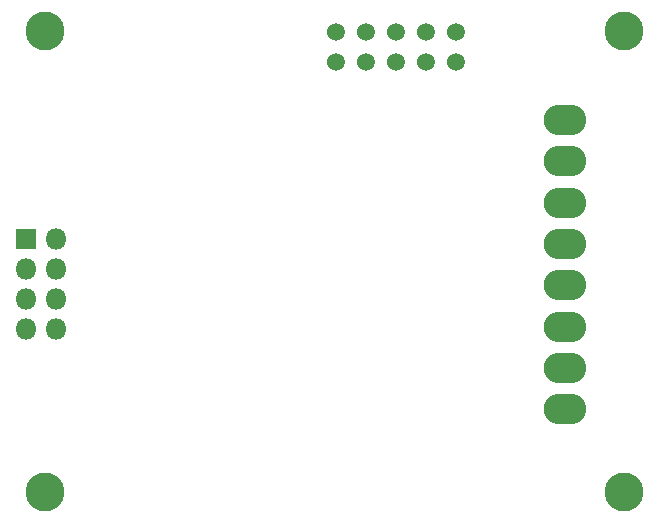
<source format=gbr>
%TF.GenerationSoftware,KiCad,Pcbnew,5.1.6-c6e7f7d~87~ubuntu18.04.1*%
%TF.CreationDate,2022-03-05T00:13:30+01:00*%
%TF.ProjectId,door_ext_photorelay,646f6f72-5f65-4787-945f-70686f746f72,rev?*%
%TF.SameCoordinates,Original*%
%TF.FileFunction,Soldermask,Bot*%
%TF.FilePolarity,Negative*%
%FSLAX46Y46*%
G04 Gerber Fmt 4.6, Leading zero omitted, Abs format (unit mm)*
G04 Created by KiCad (PCBNEW 5.1.6-c6e7f7d~87~ubuntu18.04.1) date 2022-03-05 00:13:30*
%MOMM*%
%LPD*%
G01*
G04 APERTURE LIST*
%ADD10R,1.800000X1.800000*%
%ADD11O,1.800000X1.800000*%
%ADD12C,1.522400*%
%ADD13O,3.600000X2.600000*%
%ADD14C,3.300000*%
G04 APERTURE END LIST*
D10*
%TO.C,J1*%
X126400000Y-54600000D03*
D11*
X128940000Y-54600000D03*
X126400000Y-57140000D03*
X128940000Y-57140000D03*
X126400000Y-59680000D03*
X128940000Y-59680000D03*
X126400000Y-62220000D03*
X128940000Y-62220000D03*
%TD*%
D12*
%TO.C,J2*%
X162780000Y-37030000D03*
X162780000Y-39570000D03*
X160240000Y-37030000D03*
X160240000Y-39570000D03*
X157700000Y-37030000D03*
X157700000Y-39570000D03*
X155160000Y-37030000D03*
X155160000Y-39570000D03*
X152620000Y-37030000D03*
X152620000Y-39570000D03*
%TD*%
D13*
%TO.C,J3*%
X172000000Y-69000000D03*
X172000000Y-65502420D03*
X172000000Y-62002300D03*
X172000000Y-58502180D03*
X172000000Y-55000000D03*
X172000000Y-51500000D03*
X172000000Y-48000000D03*
X172000000Y-44500000D03*
%TD*%
D14*
%TO.C,H1*%
X177000000Y-37000000D03*
%TD*%
%TO.C,H2*%
X128000000Y-37000000D03*
%TD*%
%TO.C,H3*%
X128000000Y-76000000D03*
%TD*%
%TO.C,H4*%
X177000000Y-76000000D03*
%TD*%
M02*

</source>
